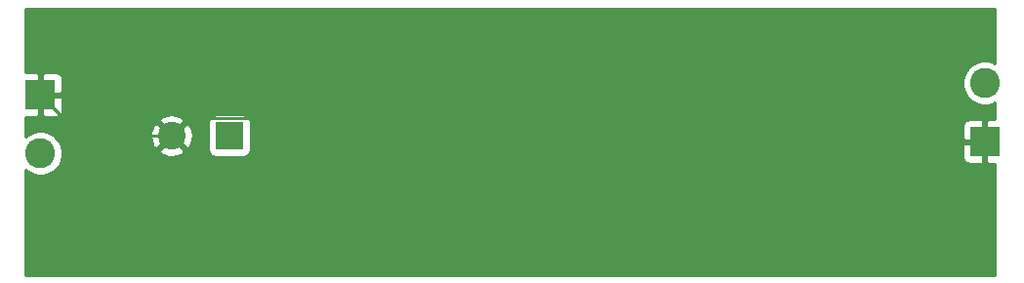
<source format=gbr>
%TF.GenerationSoftware,KiCad,Pcbnew,(5.1.10)-1*%
%TF.CreationDate,2021-07-12T12:55:46+02:00*%
%TF.ProjectId,buckLM5575,6275636b-4c4d-4353-9537-352e6b696361,rev?*%
%TF.SameCoordinates,Original*%
%TF.FileFunction,Copper,L2,Bot*%
%TF.FilePolarity,Positive*%
%FSLAX46Y46*%
G04 Gerber Fmt 4.6, Leading zero omitted, Abs format (unit mm)*
G04 Created by KiCad (PCBNEW (5.1.10)-1) date 2021-07-12 12:55:46*
%MOMM*%
%LPD*%
G01*
G04 APERTURE LIST*
%TA.AperFunction,ComponentPad*%
%ADD10C,2.600000*%
%TD*%
%TA.AperFunction,ComponentPad*%
%ADD11R,2.600000X2.600000*%
%TD*%
%TA.AperFunction,ComponentPad*%
%ADD12R,2.400000X2.400000*%
%TD*%
%TA.AperFunction,ComponentPad*%
%ADD13C,2.400000*%
%TD*%
%TA.AperFunction,ViaPad*%
%ADD14C,0.800000*%
%TD*%
%TA.AperFunction,Conductor*%
%ADD15C,0.250000*%
%TD*%
%TA.AperFunction,Conductor*%
%ADD16C,0.254000*%
%TD*%
%TA.AperFunction,Conductor*%
%ADD17C,0.100000*%
%TD*%
G04 APERTURE END LIST*
D10*
%TO.P,J2,2*%
%TO.N,+5V*%
X174752000Y-56896000D03*
D11*
%TO.P,J2,1*%
%TO.N,GND*%
X174752000Y-61976000D03*
%TD*%
D10*
%TO.P,J1,2*%
%TO.N,VCC*%
X92837000Y-62992000D03*
D11*
%TO.P,J1,1*%
%TO.N,GND*%
X92837000Y-57912000D03*
%TD*%
D12*
%TO.P,C1,1*%
%TO.N,VCC*%
X109220000Y-61468000D03*
D13*
%TO.P,C1,2*%
%TO.N,GND*%
X104220000Y-61468000D03*
%TD*%
D14*
%TO.N,GND*%
X129286000Y-55880000D03*
X135128000Y-64680000D03*
X133858000Y-70358000D03*
X133858000Y-71882000D03*
X140208000Y-71120000D03*
X161290000Y-63754000D03*
X164846000Y-64516000D03*
X166624000Y-61214000D03*
X124714000Y-70866000D03*
X117856000Y-57404000D03*
X144272000Y-69596000D03*
X141478000Y-63881000D03*
X130810000Y-60198000D03*
X129540000Y-61087000D03*
X131953000Y-61087000D03*
X130810000Y-63881000D03*
X130810000Y-62229997D03*
%TD*%
D15*
%TO.N,GND*%
X142748000Y-67310000D02*
X141478000Y-66040000D01*
X161290000Y-65278000D02*
X159258000Y-67310000D01*
X159258000Y-67310000D02*
X142748000Y-67310000D01*
X138225000Y-71120000D02*
X138430000Y-71325000D01*
X103450000Y-62238000D02*
X104220000Y-61468000D01*
X140208000Y-71120000D02*
X142494000Y-68834000D01*
X142494000Y-68834000D02*
X142494000Y-67564000D01*
X142494000Y-67564000D02*
X142748000Y-67310000D01*
X133350000Y-72390000D02*
X133858000Y-71882000D01*
X132080000Y-72390000D02*
X133350000Y-72390000D01*
X132080000Y-72390000D02*
X132080000Y-71120000D01*
X134784000Y-65024000D02*
X135128000Y-64680000D01*
X133858000Y-70358000D02*
X133858000Y-65024000D01*
X133858000Y-65024000D02*
X134784000Y-65024000D01*
X136652000Y-71120000D02*
X138225000Y-71120000D01*
X161290000Y-65278000D02*
X161290000Y-63754000D01*
X132080000Y-71120000D02*
X136652000Y-71120000D01*
X131826000Y-70866000D02*
X132080000Y-71120000D01*
X105745001Y-59942999D02*
X104220000Y-61468000D01*
X129286000Y-55880000D02*
X130048000Y-55880000D01*
X129032000Y-57404000D02*
X130302000Y-56134000D01*
X117856000Y-57404000D02*
X129032000Y-57404000D01*
X130048000Y-55880000D02*
X130302000Y-56134000D01*
X105745001Y-59942999D02*
X112269001Y-59942999D01*
X114808000Y-57404000D02*
X117856000Y-57404000D01*
X112269001Y-59942999D02*
X114808000Y-57404000D01*
X164846000Y-62992000D02*
X166624000Y-61214000D01*
X164846000Y-64516000D02*
X164846000Y-62992000D01*
X136652000Y-72390000D02*
X136652000Y-71120000D01*
X137160000Y-72898000D02*
X136652000Y-72390000D01*
X140208000Y-72136000D02*
X140208000Y-71120000D01*
X139446000Y-72898000D02*
X140208000Y-72136000D01*
X137160000Y-72898000D02*
X139446000Y-72898000D01*
X113618000Y-70866000D02*
X104220000Y-61468000D01*
X124714000Y-70866000D02*
X113618000Y-70866000D01*
X133858000Y-59690000D02*
X130302000Y-56134000D01*
X133858000Y-65024000D02*
X133858000Y-59690000D01*
X142748000Y-71120000D02*
X140208000Y-71120000D01*
X144272000Y-69596000D02*
X142748000Y-71120000D01*
X141478000Y-66040000D02*
X141478000Y-63881000D01*
X96393000Y-61468000D02*
X92837000Y-57912000D01*
X104220000Y-61468000D02*
X96393000Y-61468000D01*
X130810000Y-62484000D02*
X130810000Y-62229997D01*
X167386000Y-61976000D02*
X166624000Y-61214000D01*
X167386000Y-61976000D02*
X174752000Y-61976000D01*
%TD*%
D16*
%TO.N,GND*%
X175641000Y-55169807D02*
X175316419Y-55035361D01*
X174942581Y-54961000D01*
X174561419Y-54961000D01*
X174187581Y-55035361D01*
X173835434Y-55181225D01*
X173518509Y-55392987D01*
X173248987Y-55662509D01*
X173037225Y-55979434D01*
X172891361Y-56331581D01*
X172817000Y-56705419D01*
X172817000Y-57086581D01*
X172891361Y-57460419D01*
X173037225Y-57812566D01*
X173248987Y-58129491D01*
X173518509Y-58399013D01*
X173835434Y-58610775D01*
X174187581Y-58756639D01*
X174561419Y-58831000D01*
X174942581Y-58831000D01*
X175316419Y-58756639D01*
X175641000Y-58622193D01*
X175641000Y-60039173D01*
X175037750Y-60041000D01*
X174879000Y-60199750D01*
X174879000Y-61849000D01*
X174899000Y-61849000D01*
X174899000Y-62103000D01*
X174879000Y-62103000D01*
X174879000Y-63752250D01*
X175037750Y-63911000D01*
X175641000Y-63912827D01*
X175641000Y-73533000D01*
X91567000Y-73533000D01*
X91567000Y-64458504D01*
X91603509Y-64495013D01*
X91920434Y-64706775D01*
X92272581Y-64852639D01*
X92646419Y-64927000D01*
X93027581Y-64927000D01*
X93401419Y-64852639D01*
X93753566Y-64706775D01*
X94070491Y-64495013D01*
X94340013Y-64225491D01*
X94551775Y-63908566D01*
X94697639Y-63556419D01*
X94772000Y-63182581D01*
X94772000Y-62801419D01*
X94760973Y-62745980D01*
X103121626Y-62745980D01*
X103241514Y-63030836D01*
X103565210Y-63191699D01*
X103914069Y-63286322D01*
X104274684Y-63311067D01*
X104633198Y-63264985D01*
X104975833Y-63149846D01*
X105198486Y-63030836D01*
X105318374Y-62745980D01*
X104220000Y-61647605D01*
X103121626Y-62745980D01*
X94760973Y-62745980D01*
X94697639Y-62427581D01*
X94551775Y-62075434D01*
X94340013Y-61758509D01*
X94104188Y-61522684D01*
X102376933Y-61522684D01*
X102423015Y-61881198D01*
X102538154Y-62223833D01*
X102657164Y-62446486D01*
X102942020Y-62566374D01*
X104040395Y-61468000D01*
X104399605Y-61468000D01*
X105497980Y-62566374D01*
X105782836Y-62446486D01*
X105943699Y-62122790D01*
X106038322Y-61773931D01*
X106063067Y-61413316D01*
X106016985Y-61054802D01*
X105901846Y-60712167D01*
X105782836Y-60489514D01*
X105497980Y-60369626D01*
X104399605Y-61468000D01*
X104040395Y-61468000D01*
X102942020Y-60369626D01*
X102657164Y-60489514D01*
X102496301Y-60813210D01*
X102401678Y-61162069D01*
X102376933Y-61522684D01*
X94104188Y-61522684D01*
X94070491Y-61488987D01*
X93753566Y-61277225D01*
X93401419Y-61131361D01*
X93027581Y-61057000D01*
X92646419Y-61057000D01*
X92272581Y-61131361D01*
X91920434Y-61277225D01*
X91603509Y-61488987D01*
X91567000Y-61525496D01*
X91567000Y-60190020D01*
X103121626Y-60190020D01*
X104220000Y-61288395D01*
X105240394Y-60268000D01*
X107381928Y-60268000D01*
X107381928Y-62668000D01*
X107394188Y-62792482D01*
X107430498Y-62912180D01*
X107489463Y-63022494D01*
X107568815Y-63119185D01*
X107665506Y-63198537D01*
X107775820Y-63257502D01*
X107895518Y-63293812D01*
X108020000Y-63306072D01*
X110420000Y-63306072D01*
X110544482Y-63293812D01*
X110603200Y-63276000D01*
X172813928Y-63276000D01*
X172826188Y-63400482D01*
X172862498Y-63520180D01*
X172921463Y-63630494D01*
X173000815Y-63727185D01*
X173097506Y-63806537D01*
X173207820Y-63865502D01*
X173327518Y-63901812D01*
X173452000Y-63914072D01*
X174466250Y-63911000D01*
X174625000Y-63752250D01*
X174625000Y-62103000D01*
X172975750Y-62103000D01*
X172817000Y-62261750D01*
X172813928Y-63276000D01*
X110603200Y-63276000D01*
X110664180Y-63257502D01*
X110774494Y-63198537D01*
X110871185Y-63119185D01*
X110950537Y-63022494D01*
X111009502Y-62912180D01*
X111045812Y-62792482D01*
X111058072Y-62668000D01*
X111058072Y-60676000D01*
X172813928Y-60676000D01*
X172817000Y-61690250D01*
X172975750Y-61849000D01*
X174625000Y-61849000D01*
X174625000Y-60199750D01*
X174466250Y-60041000D01*
X173452000Y-60037928D01*
X173327518Y-60050188D01*
X173207820Y-60086498D01*
X173097506Y-60145463D01*
X173000815Y-60224815D01*
X172921463Y-60321506D01*
X172862498Y-60431820D01*
X172826188Y-60551518D01*
X172813928Y-60676000D01*
X111058072Y-60676000D01*
X111058072Y-60268000D01*
X111045812Y-60143518D01*
X111009502Y-60023820D01*
X110950537Y-59913506D01*
X110871185Y-59816815D01*
X110774494Y-59737463D01*
X110664180Y-59678498D01*
X110544482Y-59642188D01*
X110420000Y-59629928D01*
X108020000Y-59629928D01*
X107895518Y-59642188D01*
X107775820Y-59678498D01*
X107665506Y-59737463D01*
X107568815Y-59816815D01*
X107489463Y-59913506D01*
X107430498Y-60023820D01*
X107394188Y-60143518D01*
X107381928Y-60268000D01*
X105240394Y-60268000D01*
X105318374Y-60190020D01*
X105198486Y-59905164D01*
X104874790Y-59744301D01*
X104525931Y-59649678D01*
X104165316Y-59624933D01*
X103806802Y-59671015D01*
X103464167Y-59786154D01*
X103241514Y-59905164D01*
X103121626Y-60190020D01*
X91567000Y-60190020D01*
X91567000Y-59849981D01*
X92551250Y-59847000D01*
X92710000Y-59688250D01*
X92710000Y-58039000D01*
X92964000Y-58039000D01*
X92964000Y-59688250D01*
X93122750Y-59847000D01*
X94137000Y-59850072D01*
X94261482Y-59837812D01*
X94381180Y-59801502D01*
X94491494Y-59742537D01*
X94588185Y-59663185D01*
X94667537Y-59566494D01*
X94726502Y-59456180D01*
X94762812Y-59336482D01*
X94775072Y-59212000D01*
X94772000Y-58197750D01*
X94613250Y-58039000D01*
X92964000Y-58039000D01*
X92710000Y-58039000D01*
X92690000Y-58039000D01*
X92690000Y-57785000D01*
X92710000Y-57785000D01*
X92710000Y-56135750D01*
X92964000Y-56135750D01*
X92964000Y-57785000D01*
X94613250Y-57785000D01*
X94772000Y-57626250D01*
X94775072Y-56612000D01*
X94762812Y-56487518D01*
X94726502Y-56367820D01*
X94667537Y-56257506D01*
X94588185Y-56160815D01*
X94491494Y-56081463D01*
X94381180Y-56022498D01*
X94261482Y-55986188D01*
X94137000Y-55973928D01*
X93122750Y-55977000D01*
X92964000Y-56135750D01*
X92710000Y-56135750D01*
X92551250Y-55977000D01*
X91567000Y-55974019D01*
X91567000Y-50419000D01*
X175641000Y-50419000D01*
X175641000Y-55169807D01*
%TA.AperFunction,Conductor*%
D17*
G36*
X175641000Y-55169807D02*
G01*
X175316419Y-55035361D01*
X174942581Y-54961000D01*
X174561419Y-54961000D01*
X174187581Y-55035361D01*
X173835434Y-55181225D01*
X173518509Y-55392987D01*
X173248987Y-55662509D01*
X173037225Y-55979434D01*
X172891361Y-56331581D01*
X172817000Y-56705419D01*
X172817000Y-57086581D01*
X172891361Y-57460419D01*
X173037225Y-57812566D01*
X173248987Y-58129491D01*
X173518509Y-58399013D01*
X173835434Y-58610775D01*
X174187581Y-58756639D01*
X174561419Y-58831000D01*
X174942581Y-58831000D01*
X175316419Y-58756639D01*
X175641000Y-58622193D01*
X175641000Y-60039173D01*
X175037750Y-60041000D01*
X174879000Y-60199750D01*
X174879000Y-61849000D01*
X174899000Y-61849000D01*
X174899000Y-62103000D01*
X174879000Y-62103000D01*
X174879000Y-63752250D01*
X175037750Y-63911000D01*
X175641000Y-63912827D01*
X175641000Y-73533000D01*
X91567000Y-73533000D01*
X91567000Y-64458504D01*
X91603509Y-64495013D01*
X91920434Y-64706775D01*
X92272581Y-64852639D01*
X92646419Y-64927000D01*
X93027581Y-64927000D01*
X93401419Y-64852639D01*
X93753566Y-64706775D01*
X94070491Y-64495013D01*
X94340013Y-64225491D01*
X94551775Y-63908566D01*
X94697639Y-63556419D01*
X94772000Y-63182581D01*
X94772000Y-62801419D01*
X94760973Y-62745980D01*
X103121626Y-62745980D01*
X103241514Y-63030836D01*
X103565210Y-63191699D01*
X103914069Y-63286322D01*
X104274684Y-63311067D01*
X104633198Y-63264985D01*
X104975833Y-63149846D01*
X105198486Y-63030836D01*
X105318374Y-62745980D01*
X104220000Y-61647605D01*
X103121626Y-62745980D01*
X94760973Y-62745980D01*
X94697639Y-62427581D01*
X94551775Y-62075434D01*
X94340013Y-61758509D01*
X94104188Y-61522684D01*
X102376933Y-61522684D01*
X102423015Y-61881198D01*
X102538154Y-62223833D01*
X102657164Y-62446486D01*
X102942020Y-62566374D01*
X104040395Y-61468000D01*
X104399605Y-61468000D01*
X105497980Y-62566374D01*
X105782836Y-62446486D01*
X105943699Y-62122790D01*
X106038322Y-61773931D01*
X106063067Y-61413316D01*
X106016985Y-61054802D01*
X105901846Y-60712167D01*
X105782836Y-60489514D01*
X105497980Y-60369626D01*
X104399605Y-61468000D01*
X104040395Y-61468000D01*
X102942020Y-60369626D01*
X102657164Y-60489514D01*
X102496301Y-60813210D01*
X102401678Y-61162069D01*
X102376933Y-61522684D01*
X94104188Y-61522684D01*
X94070491Y-61488987D01*
X93753566Y-61277225D01*
X93401419Y-61131361D01*
X93027581Y-61057000D01*
X92646419Y-61057000D01*
X92272581Y-61131361D01*
X91920434Y-61277225D01*
X91603509Y-61488987D01*
X91567000Y-61525496D01*
X91567000Y-60190020D01*
X103121626Y-60190020D01*
X104220000Y-61288395D01*
X105240394Y-60268000D01*
X107381928Y-60268000D01*
X107381928Y-62668000D01*
X107394188Y-62792482D01*
X107430498Y-62912180D01*
X107489463Y-63022494D01*
X107568815Y-63119185D01*
X107665506Y-63198537D01*
X107775820Y-63257502D01*
X107895518Y-63293812D01*
X108020000Y-63306072D01*
X110420000Y-63306072D01*
X110544482Y-63293812D01*
X110603200Y-63276000D01*
X172813928Y-63276000D01*
X172826188Y-63400482D01*
X172862498Y-63520180D01*
X172921463Y-63630494D01*
X173000815Y-63727185D01*
X173097506Y-63806537D01*
X173207820Y-63865502D01*
X173327518Y-63901812D01*
X173452000Y-63914072D01*
X174466250Y-63911000D01*
X174625000Y-63752250D01*
X174625000Y-62103000D01*
X172975750Y-62103000D01*
X172817000Y-62261750D01*
X172813928Y-63276000D01*
X110603200Y-63276000D01*
X110664180Y-63257502D01*
X110774494Y-63198537D01*
X110871185Y-63119185D01*
X110950537Y-63022494D01*
X111009502Y-62912180D01*
X111045812Y-62792482D01*
X111058072Y-62668000D01*
X111058072Y-60676000D01*
X172813928Y-60676000D01*
X172817000Y-61690250D01*
X172975750Y-61849000D01*
X174625000Y-61849000D01*
X174625000Y-60199750D01*
X174466250Y-60041000D01*
X173452000Y-60037928D01*
X173327518Y-60050188D01*
X173207820Y-60086498D01*
X173097506Y-60145463D01*
X173000815Y-60224815D01*
X172921463Y-60321506D01*
X172862498Y-60431820D01*
X172826188Y-60551518D01*
X172813928Y-60676000D01*
X111058072Y-60676000D01*
X111058072Y-60268000D01*
X111045812Y-60143518D01*
X111009502Y-60023820D01*
X110950537Y-59913506D01*
X110871185Y-59816815D01*
X110774494Y-59737463D01*
X110664180Y-59678498D01*
X110544482Y-59642188D01*
X110420000Y-59629928D01*
X108020000Y-59629928D01*
X107895518Y-59642188D01*
X107775820Y-59678498D01*
X107665506Y-59737463D01*
X107568815Y-59816815D01*
X107489463Y-59913506D01*
X107430498Y-60023820D01*
X107394188Y-60143518D01*
X107381928Y-60268000D01*
X105240394Y-60268000D01*
X105318374Y-60190020D01*
X105198486Y-59905164D01*
X104874790Y-59744301D01*
X104525931Y-59649678D01*
X104165316Y-59624933D01*
X103806802Y-59671015D01*
X103464167Y-59786154D01*
X103241514Y-59905164D01*
X103121626Y-60190020D01*
X91567000Y-60190020D01*
X91567000Y-59849981D01*
X92551250Y-59847000D01*
X92710000Y-59688250D01*
X92710000Y-58039000D01*
X92964000Y-58039000D01*
X92964000Y-59688250D01*
X93122750Y-59847000D01*
X94137000Y-59850072D01*
X94261482Y-59837812D01*
X94381180Y-59801502D01*
X94491494Y-59742537D01*
X94588185Y-59663185D01*
X94667537Y-59566494D01*
X94726502Y-59456180D01*
X94762812Y-59336482D01*
X94775072Y-59212000D01*
X94772000Y-58197750D01*
X94613250Y-58039000D01*
X92964000Y-58039000D01*
X92710000Y-58039000D01*
X92690000Y-58039000D01*
X92690000Y-57785000D01*
X92710000Y-57785000D01*
X92710000Y-56135750D01*
X92964000Y-56135750D01*
X92964000Y-57785000D01*
X94613250Y-57785000D01*
X94772000Y-57626250D01*
X94775072Y-56612000D01*
X94762812Y-56487518D01*
X94726502Y-56367820D01*
X94667537Y-56257506D01*
X94588185Y-56160815D01*
X94491494Y-56081463D01*
X94381180Y-56022498D01*
X94261482Y-55986188D01*
X94137000Y-55973928D01*
X93122750Y-55977000D01*
X92964000Y-56135750D01*
X92710000Y-56135750D01*
X92551250Y-55977000D01*
X91567000Y-55974019D01*
X91567000Y-50419000D01*
X175641000Y-50419000D01*
X175641000Y-55169807D01*
G37*
%TD.AperFunction*%
%TD*%
M02*

</source>
